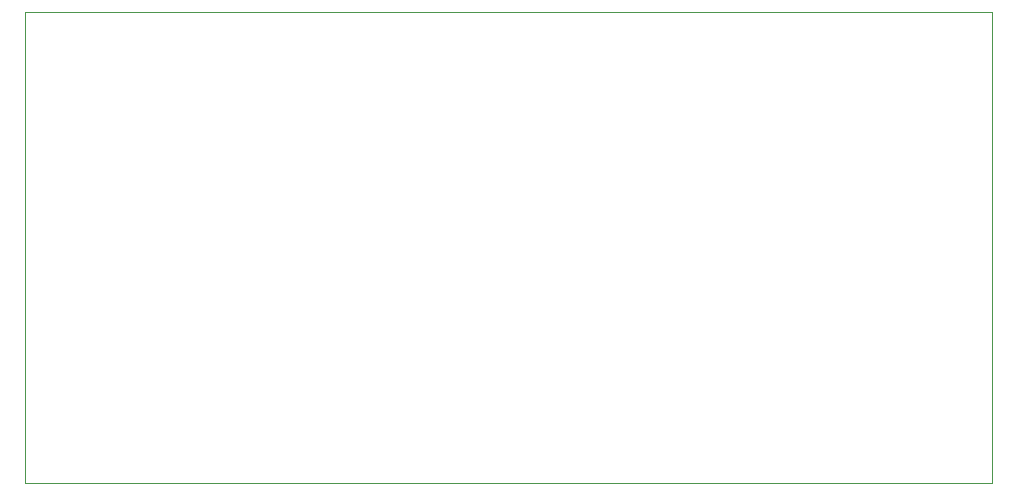
<source format=gbr>
G04 #@! TF.GenerationSoftware,KiCad,Pcbnew,(5.1.5-0-10_14)*
G04 #@! TF.CreationDate,2020-06-21T14:20:04+10:00*
G04 #@! TF.ProjectId,Caution_Light_Panel,43617574-696f-46e5-9f4c-696768745f50,rev?*
G04 #@! TF.SameCoordinates,Original*
G04 #@! TF.FileFunction,Profile,NP*
%FSLAX46Y46*%
G04 Gerber Fmt 4.6, Leading zero omitted, Abs format (unit mm)*
G04 Created by KiCad (PCBNEW (5.1.5-0-10_14)) date 2020-06-21 14:20:04*
%MOMM*%
%LPD*%
G04 APERTURE LIST*
%ADD10C,0.100000*%
G04 APERTURE END LIST*
D10*
X106648600Y-70068600D02*
X106648600Y-109884600D01*
X188524600Y-109884600D02*
X188524600Y-70068600D01*
X188524600Y-70068600D02*
X106648600Y-70068600D01*
X106648600Y-109884600D02*
X188524600Y-109884600D01*
M02*

</source>
